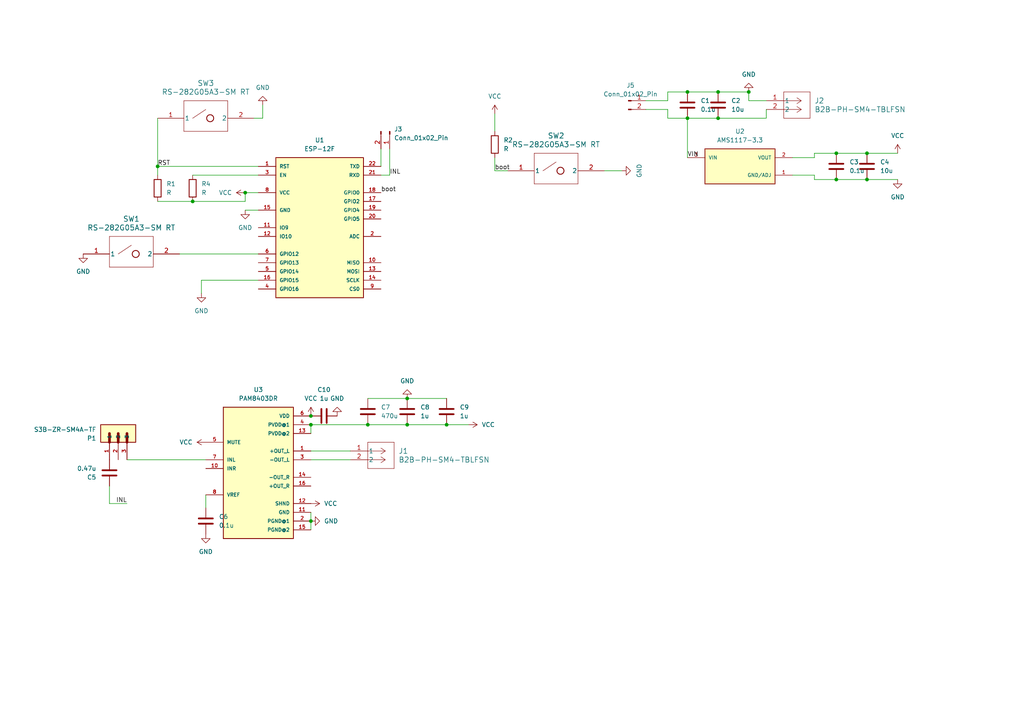
<source format=kicad_sch>
(kicad_sch (version 20230121) (generator eeschema)
  (paper "A4")
  (lib_symbols
    (symbol "Connector:Conn_01x02_Pin" (pin_names (offset 1.016) hide)
      (property "Reference" "J" (at 0 2.54 0))
      (property "Value" "Conn_01x02_Pin" (at 0 -5.08 0))
      (symbol "Conn_01x02_Pin_1_1"
        (polyline (pts (xy 1.27 -2.54) (xy 0.8636 -2.54)) (stroke (width 0.1524)))
        (polyline (pts (xy 1.27 0) (xy 0.8636 0)) (stroke (width 0.1524)))
        (rectangle (start 0.8636 -2.413) (end 0 -2.667) (stroke (width 0.1524)) (fill (type outline)))
        (rectangle (start 0.8636 0.127) (end 0 -0.127) (stroke (width 0.1524)) (fill (type outline)))
        (pin passive line (at 5.08 0 180) (length 3.81) (name "Pin_1") (number "1"))
        (pin passive line (at 5.08 -2.54 180) (length 3.81) (name "Pin_2") (number "2"))
      )
    )
    (symbol "Device:C" (pin_numbers hide) (pin_names (offset 0.254))
      (property "Reference" "C" (at 0.635 2.54 0))
      (property "Value" "C" (at 0.635 -2.54 0))
      (symbol "C_0_1"
        (polyline (pts (xy -2.032 -0.762) (xy 2.032 -0.762)) (stroke (width 0.508)))
        (polyline (pts (xy -2.032 0.762) (xy 2.032 0.762)) (stroke (width 0.508)))
      )
      (symbol "C_1_1"
        (pin passive line (at 0 3.81 270) (length 2.794) (name "~") (number "1"))
        (pin passive line (at 0 -3.81 90) (length 2.794) (name "~") (number "2"))
      )
    )
    (symbol "Device:R" (pin_numbers hide) (pin_names (offset 0))
      (property "Reference" "R" (at 2.032 0 90))
      (property "Value" "R" (at 0 0 90))
      (symbol "R_0_1"
        (rectangle (start -1.016 -2.54) (end 1.016 2.54) (stroke (width 0.254)))
      )
      (symbol "R_1_1"
        (pin passive line (at 0 3.81 270) (length 1.27) (name "~") (number "1"))
        (pin passive line (at 0 -3.81 90) (length 1.27) (name "~") (number "2"))
      )
    )
    (symbol "esp_example_symbols:AMS1117-3.3" (pin_names (offset 1.016))
      (property "Reference" "U" (at -10.16 5.588 0))
      (property "Value" "AMS1117-3.3" (at -10.16 -8.128 0))
      (symbol "AMS1117-3.3_0_0"
        (rectangle (start -10.16 -5.08) (end 10.16 5.08) (stroke (width 0.254)) (fill (type background)))
        (pin power_in line (at 15.24 -2.54 180) (length 5.08) (name "GND/ADJ") (number "1"))
        (pin output line (at 15.24 2.54 180) (length 5.08) (name "VOUT") (number "2"))
        (pin input line (at -15.24 2.54 0) (length 5.08) (name "VIN") (number "3"))
      )
    )
    (symbol "esp_example_symbols:B2B-PH-SM4-TBLFSN" (pin_names (offset 0.254))
      (property "Reference" "J" (at 8.89 6.35 0))
      (property "Value" "B2B-PH-SM4-TBLFSN" (at 0 0 0))
      (symbol "B2B-PH-SM4-TBLFSN_1_1"
        (polyline (pts (xy 5.08 -5.08) (xy 12.7 -5.08)) (stroke (width 0.127)))
        (polyline (pts (xy 5.08 2.54) (xy 5.08 -5.08)) (stroke (width 0.127)))
        (polyline (pts (xy 10.16 -2.54) (xy 5.08 -2.54)) (stroke (width 0.127)))
        (polyline (pts (xy 10.16 -2.54) (xy 8.89 -3.3867)) (stroke (width 0.127)))
        (polyline (pts (xy 10.16 -2.54) (xy 8.89 -1.6933)) (stroke (width 0.127)))
        (polyline (pts (xy 10.16 0) (xy 5.08 0)) (stroke (width 0.127)))
        (polyline (pts (xy 10.16 0) (xy 8.89 -0.8467)) (stroke (width 0.127)))
        (polyline (pts (xy 10.16 0) (xy 8.89 0.8467)) (stroke (width 0.127)))
        (polyline (pts (xy 12.7 -5.08) (xy 12.7 2.54)) (stroke (width 0.127)))
        (polyline (pts (xy 12.7 2.54) (xy 5.08 2.54)) (stroke (width 0.127)))
        (pin unspecified line (at 0 0 0) (length 5.08) (name "1") (number "1"))
        (pin unspecified line (at 0 -2.54 0) (length 5.08) (name "2") (number "2"))
      )
      (symbol "B2B-PH-SM4-TBLFSN_1_2"
        (polyline (pts (xy 5.08 -5.08) (xy 12.7 -5.08)) (stroke (width 0.127)))
        (polyline (pts (xy 5.08 2.54) (xy 5.08 -5.08)) (stroke (width 0.127)))
        (polyline (pts (xy 7.62 -2.54) (xy 5.08 -2.54)) (stroke (width 0.127)))
        (polyline (pts (xy 7.62 -2.54) (xy 8.89 -3.3867)) (stroke (width 0.127)))
        (polyline (pts (xy 7.62 -2.54) (xy 8.89 -1.6933)) (stroke (width 0.127)))
        (polyline (pts (xy 7.62 0) (xy 5.08 0)) (stroke (width 0.127)))
        (polyline (pts (xy 7.62 0) (xy 8.89 -0.8467)) (stroke (width 0.127)))
        (polyline (pts (xy 7.62 0) (xy 8.89 0.8467)) (stroke (width 0.127)))
        (polyline (pts (xy 12.7 -5.08) (xy 12.7 2.54)) (stroke (width 0.127)))
        (polyline (pts (xy 12.7 2.54) (xy 5.08 2.54)) (stroke (width 0.127)))
        (pin unspecified line (at 0 0 0) (length 5.08) (name "1") (number "1"))
        (pin unspecified line (at 0 -2.54 0) (length 5.08) (name "2") (number "2"))
      )
    )
    (symbol "esp_example_symbols:ESP-12F" (pin_names (offset 1.016))
      (property "Reference" "U" (at -12.7254 22.9057 0))
      (property "Value" "ESP-12F" (at -12.7237 -22.9026 0))
      (symbol "ESP-12F_0_0"
        (rectangle (start -12.7 20.32) (end 12.7 -20.32) (stroke (width 0.254)) (fill (type background)))
        (pin bidirectional line (at -17.78 17.78 0) (length 5.08) (name "RST") (number "1"))
        (pin bidirectional line (at 17.78 -10.16 180) (length 5.08) (name "MISO") (number "10"))
        (pin bidirectional line (at -17.78 0 0) (length 5.08) (name "IO9") (number "11"))
        (pin bidirectional line (at -17.78 -2.54 0) (length 5.08) (name "IO10") (number "12"))
        (pin bidirectional line (at 17.78 -12.7 180) (length 5.08) (name "MOSI") (number "13"))
        (pin bidirectional line (at 17.78 -15.24 180) (length 5.08) (name "SCLK") (number "14"))
        (pin bidirectional line (at -17.78 5.08 0) (length 5.08) (name "GND") (number "15"))
        (pin bidirectional line (at -17.78 -15.24 0) (length 5.08) (name "GPIO15") (number "16"))
        (pin bidirectional line (at 17.78 7.62 180) (length 5.08) (name "GPIO2") (number "17"))
        (pin bidirectional line (at 17.78 10.16 180) (length 5.08) (name "GPIO0") (number "18"))
        (pin bidirectional line (at 17.78 5.08 180) (length 5.08) (name "GPIO4") (number "19"))
        (pin bidirectional line (at 17.78 -2.54 180) (length 5.08) (name "ADC") (number "2"))
        (pin bidirectional line (at 17.78 2.54 180) (length 5.08) (name "GPIO5") (number "20"))
        (pin bidirectional line (at 17.78 15.24 180) (length 5.08) (name "RXD") (number "21"))
        (pin bidirectional line (at 17.78 17.78 180) (length 5.08) (name "TXD") (number "22"))
        (pin bidirectional line (at -17.78 15.24 0) (length 5.08) (name "EN") (number "3"))
        (pin bidirectional line (at -17.78 -17.78 0) (length 5.08) (name "GPIO16") (number "4"))
        (pin bidirectional line (at -17.78 -12.7 0) (length 5.08) (name "GPIO14") (number "5"))
        (pin bidirectional line (at -17.78 -7.62 0) (length 5.08) (name "GPIO12") (number "6"))
        (pin bidirectional line (at -17.78 -10.16 0) (length 5.08) (name "GPIO13") (number "7"))
        (pin bidirectional line (at -17.78 10.16 0) (length 5.08) (name "VCC") (number "8"))
        (pin bidirectional line (at 17.78 -17.78 180) (length 5.08) (name "CS0") (number "9"))
      )
    )
    (symbol "esp_example_symbols:PAM8403DR" (pin_names (offset 1.016))
      (property "Reference" "U" (at -10.1781 18.3206 0))
      (property "Value" "PAM8403DR" (at -10.1796 -22.904 0))
      (symbol "PAM8403DR_0_0"
        (rectangle (start -10.16 -20.32) (end 10.16 17.78) (stroke (width 0.254)) (fill (type background)))
        (pin output line (at 15.24 5.08 180) (length 5.08) (name "+OUT_L") (number "1"))
        (pin input line (at -15.24 0 0) (length 5.08) (name "INR") (number "10"))
        (pin power_in line (at 15.24 -12.7 180) (length 5.08) (name "GND") (number "11"))
        (pin power_in line (at 15.24 -10.16 180) (length 5.08) (name "SHND") (number "12"))
        (pin power_in line (at 15.24 10.16 180) (length 5.08) (name "PVDD@2") (number "13"))
        (pin output line (at 15.24 -2.54 180) (length 5.08) (name "-OUT_R") (number "14"))
        (pin power_in line (at 15.24 -17.78 180) (length 5.08) (name "PGND@2") (number "15"))
        (pin output line (at 15.24 -5.08 180) (length 5.08) (name "+OUT_R") (number "16"))
        (pin power_in line (at 15.24 -15.24 180) (length 5.08) (name "PGND@1") (number "2"))
        (pin output line (at 15.24 2.54 180) (length 5.08) (name "-OUT_L") (number "3"))
        (pin power_in line (at 15.24 12.7 180) (length 5.08) (name "PVDD@1") (number "4"))
        (pin input line (at -15.24 7.62 0) (length 5.08) (name "MUTE") (number "5"))
        (pin power_in line (at 15.24 15.24 180) (length 5.08) (name "VDD") (number "6"))
        (pin input line (at -15.24 2.54 0) (length 5.08) (name "INL") (number "7"))
        (pin input line (at -15.24 -7.62 0) (length 5.08) (name "VREF") (number "8"))
      )
    )
    (symbol "esp_example_symbols:RS-282G05A3-SM_RT" (pin_names (offset 0.254))
      (property "Reference" "SW" (at 40.64 12.7 0))
      (property "Value" "RS-282G05A3-SM RT" (at 40.64 10.16 0))
      (symbol "RS-282G05A3-SM_RT_0_1"
        (polyline (pts (xy 50.8 -3.81) (xy 63.5 -3.81)) (stroke (width 0.127)))
        (polyline (pts (xy 50.8 5.08) (xy 50.8 -3.81)) (stroke (width 0.127)))
        (polyline (pts (xy 53.34 0) (xy 57.15 2.54)) (stroke (width 0.127)))
        (polyline (pts (xy 63.5 -3.81) (xy 63.5 5.08)) (stroke (width 0.127)))
        (polyline (pts (xy 63.5 5.08) (xy 50.8 5.08)) (stroke (width 0.127)))
        (circle (center 58.42 0) (radius 1.016) (stroke (width 0.254)))
        (pin unspecified line (at 43.18 0 0) (length 7.62) (name "1") (number "1"))
        (pin unspecified line (at 71.12 0 180) (length 7.62) (name "2") (number "2"))
      )
    )
    (symbol "esp_example_symbols:S3B-ZR-SM4A-TF" (pin_names (offset 1.016))
      (property "Reference" "P" (at 0 3.0512 0))
      (property "Value" "S3B-ZR-SM4A-TF" (at 0 -9.4122 0))
      (symbol "S3B-ZR-SM4A-TF_0_0"
        (rectangle (start 0 -7.62) (end 5.08 2.54) (stroke (width 0.254)) (fill (type background)))
        (polyline (pts (xy 0 -5.08) (xy 2.54 -5.08)) (stroke (width 0.762)))
        (polyline (pts (xy 0 -2.54) (xy 2.54 -2.54)) (stroke (width 0.762)))
        (polyline (pts (xy 0 0) (xy 2.54 0)) (stroke (width 0.762)))
        (pin passive line (at -5.08 0 0) (length 5.08) (name "1") (number "1"))
        (pin passive line (at -5.08 -2.54 0) (length 5.08) (name "2") (number "2"))
        (pin passive line (at -5.08 -5.08 0) (length 5.08) (name "3") (number "3"))
      )
    )
    (symbol "power:GND" (power) (pin_names (offset 0))
      (property "Value" "GND" (at 0 -3.81 0))
      (symbol "GND_0_1"
        (polyline (pts (xy 0 0) (xy 0 -1.27) (xy 1.27 -1.27) (xy 0 -2.54) (xy -1.27 -1.27) (xy 0 -1.27)))
      )
      (symbol "GND_1_1"
        (pin power_in line (at 0 0 270) (length 0) hide (name "GND") (number "1"))
      )
    )
    (symbol "power:VCC" (power) (pin_names (offset 0))
      (property "Value" "VCC" (at 0 3.81 0))
      (symbol "VCC_0_1"
        (polyline (pts (xy -0.762 1.27) (xy 0 2.54)))
        (polyline (pts (xy 0 0) (xy 0 2.54)))
        (polyline (pts (xy 0 2.54) (xy 0.762 1.27)))
      )
      (symbol "VCC_1_1"
        (pin power_in line (at 0 0 90) (length 0) hide (name "VCC") (number "1"))
      )
    )
  )
  (junction (at 251.46 44.45))
  (junction (at 90.17 123.19))
  (junction (at 242.57 52.07))
  (junction (at 129.54 123.19))
  (junction (at 118.11 123.19))
  (junction (at 199.39 26.67))
  (junction (at 90.17 120.65))
  (junction (at 242.57 44.45))
  (junction (at 199.39 34.29))
  (junction (at 208.28 34.29))
  (junction (at 251.46 52.07))
  (junction (at 118.11 115.57))
  (junction (at 90.17 151.13))
  (junction (at 106.68 123.19))
  (junction (at 208.28 26.67))
  (junction (at 217.17 26.67))
  (junction (at 71.12 55.88))
  (junction (at 55.88 58.42))
  (junction (at 45.72 48.26))
  (wire (pts (xy 90.17 151.13) (xy 90.17 153.67)))
  (wire (pts (xy 199.39 26.67) (xy 208.28 26.67)))
  (wire (pts (xy 242.57 44.45) (xy 236.22 44.45)))
  (wire (pts (xy 229.87 50.8) (xy 236.22 50.8)))
  (wire (pts (xy 106.68 115.57) (xy 118.11 115.57)))
  (wire (pts (xy 36.83 133.35) (xy 59.69 133.35)))
  (wire (pts (xy 71.12 58.42) (xy 71.12 55.88)))
  (wire (pts (xy 118.11 115.57) (xy 129.54 115.57)))
  (wire (pts (xy 90.17 133.35) (xy 101.6 133.35)))
  (wire (pts (xy 113.03 50.8) (xy 110.49 50.8)))
  (wire (pts (xy 193.675 29.21) (xy 193.675 26.67)))
  (wire (pts (xy 106.68 123.19) (xy 118.11 123.19)))
  (wire (pts (xy 143.51 49.53) (xy 147.32 49.53)))
  (wire (pts (xy 31.75 140.97) (xy 31.75 146.05)))
  (wire (pts (xy 217.17 29.21) (xy 222.25 29.21)))
  (wire (pts (xy 260.35 52.07) (xy 251.46 52.07)))
  (wire (pts (xy 90.17 123.19) (xy 90.17 125.73)))
  (wire (pts (xy 118.11 123.19) (xy 129.54 123.19)))
  (wire (pts (xy 236.22 52.07) (xy 242.57 52.07)))
  (wire (pts (xy 193.675 26.67) (xy 199.39 26.67)))
  (wire (pts (xy 143.51 49.53) (xy 143.51 45.72)))
  (wire (pts (xy 71.12 60.96) (xy 74.93 60.96)))
  (wire (pts (xy 55.88 58.42) (xy 71.12 58.42)))
  (wire (pts (xy 222.25 34.29) (xy 222.25 31.75)))
  (wire (pts (xy 45.72 48.26) (xy 45.72 50.8)))
  (wire (pts (xy 217.17 26.67) (xy 217.17 29.21)))
  (wire (pts (xy 76.2 30.48) (xy 76.2 34.29)))
  (wire (pts (xy 58.42 85.09) (xy 58.42 81.28)))
  (wire (pts (xy 110.49 43.18) (xy 110.49 48.26)))
  (wire (pts (xy 45.72 34.29) (xy 45.72 48.26)))
  (wire (pts (xy 187.325 31.75) (xy 193.675 31.75)))
  (wire (pts (xy 199.39 34.29) (xy 199.39 45.72)))
  (wire (pts (xy 90.17 130.81) (xy 101.6 130.81)))
  (wire (pts (xy 236.22 52.07) (xy 236.22 50.8)))
  (wire (pts (xy 143.51 33.02) (xy 143.51 38.1)))
  (wire (pts (xy 193.675 34.29) (xy 199.39 34.29)))
  (wire (pts (xy 74.93 73.66) (xy 52.07 73.66)))
  (wire (pts (xy 58.42 81.28) (xy 74.93 81.28)))
  (wire (pts (xy 113.03 43.18) (xy 113.03 50.8)))
  (wire (pts (xy 236.22 44.45) (xy 236.22 45.72)))
  (wire (pts (xy 55.88 50.8) (xy 74.93 50.8)))
  (wire (pts (xy 71.12 55.88) (xy 74.93 55.88)))
  (wire (pts (xy 175.26 49.53) (xy 180.34 49.53)))
  (wire (pts (xy 90.17 123.19) (xy 106.68 123.19)))
  (wire (pts (xy 129.54 123.19) (xy 135.89 123.19)))
  (wire (pts (xy 187.325 29.21) (xy 193.675 29.21)))
  (wire (pts (xy 45.72 58.42) (xy 55.88 58.42)))
  (wire (pts (xy 229.87 45.72) (xy 236.22 45.72)))
  (wire (pts (xy 31.75 146.05) (xy 36.83 146.05)))
  (wire (pts (xy 208.28 26.67) (xy 217.17 26.67)))
  (wire (pts (xy 260.35 44.45) (xy 251.46 44.45)))
  (wire (pts (xy 74.93 48.26) (xy 45.72 48.26)))
  (wire (pts (xy 208.28 34.29) (xy 222.25 34.29)))
  (wire (pts (xy 199.39 34.29) (xy 208.28 34.29)))
  (wire (pts (xy 251.46 52.07) (xy 242.57 52.07)))
  (wire (pts (xy 193.675 31.75) (xy 193.675 34.29)))
  (wire (pts (xy 90.17 148.59) (xy 90.17 151.13)))
  (wire (pts (xy 59.69 143.51) (xy 59.69 147.32)))
  (wire (pts (xy 242.57 44.45) (xy 251.46 44.45)))
  (wire (pts (xy 76.2 34.29) (xy 73.66 34.29)))
  (label "INL" (at 36.83 146.05 180))
  (label "RST" (at 45.72 48.26 0))
  (label "boot" (at 110.49 55.88 0))
  (label "boot" (at 143.51 49.53 0))
  (label "VIN" (at 199.39 45.72 0))
  (label "INL" (at 113.03 50.8 0))
  (symbol (lib_id "Connector:Conn_01x02_Pin") (at 182.245 29.21 0) (unit 1)
    (property "Reference" "J5" (at 182.88 24.765 0))
    (property "Value" "Conn_01x02_Pin" (at 182.88 27.305 0))
    (property "Footprint" "Connector_PinHeader_2.54mm:PinHeader_1x02_P2.54mm_Vertical" (effects hide))
  )
  (symbol (lib_id "power:GND") (at 180.34 49.53 90) (unit 1)
    (property "Reference" "#PWR09" (effects hide))
    (property "Value" "GND" (at 185.42 49.53 0))
  )
  (symbol (lib_id "esp_example_symbols:B2B-PH-SM4-TBLFSN") (at 222.25 29.21 0) (unit 1)
    (property "Reference" "J2" (at 236.22 29.21 0) (effects (font (size 1.524 1.524)) (justify left)))
    (property "Value" "B2B-PH-SM4-TBLFSN" (at 236.22 31.75 0) (effects (font (size 1.524 1.524)) (justify left)))
    (property "Footprint" "esp_lib:B2B-PH-SM4-TBLFSN_JST" (effects hide))
    (property "Datasheet" "B2B-PH-SM4-TBLFSN" (effects hide))
  )
  (symbol (lib_id "power:GND") (at 260.35 52.07 0) (unit 1)
    (property "Reference" "#PWR04" (effects hide))
    (property "Value" "GND" (at 260.35 57.15 0))
  )
  (symbol (lib_id "power:GND") (at 90.17 151.13 90) (unit 1)
    (property "Reference" "#PWR017" (effects hide))
    (property "Value" "GND" (at 93.98 151.13 90) (effects (justify right)))
  )
  (symbol (lib_id "Device:C") (at 59.69 151.13 0) (unit 1)
    (property "Reference" "C6" (at 63.5 149.86 0) (effects (justify left)))
    (property "Value" "0.1u" (at 63.5 152.4 0) (effects (justify left)))
    (property "Footprint" "Capacitor_SMD:C_0805_2012Metric" (effects hide))
  )
  (symbol (lib_id "esp_example_symbols:ESP-12F") (at 92.71 66.04 0) (unit 1)
    (property "Reference" "U1" (at 92.71 40.64 0))
    (property "Value" "ESP-12F" (at 92.71 43.18 0))
    (property "Footprint" "esp_lib:ESP-12F" (effects hide))
    (property "MF" "AI-Thinker" (effects hide))
    (property "Description" "\nWiFi Module\n" (effects hide))
    (property "Package" "Package" (effects hide))
    (property "Price" "None" (effects hide))
    (property "SnapEDA_Link" "https://www.snapeda.com/parts/ESP-12F/AI-Thinker/view-part/?ref=snap" (effects hide))
    (property "MP" "ESP-12F" (effects hide))
    (property "Availability" "Not in stock" (effects hide))
    (property "Check_prices" "https://www.snapeda.com/parts/ESP-12F/AI-Thinker/view-part/?ref=eda" (effects hide))
  )
  (symbol (lib_id "power:GND") (at 217.17 26.67 180) (unit 1)
    (property "Reference" "#PWR07" (effects hide))
    (property "Value" "GND" (at 217.17 21.59 0))
  )
  (symbol (lib_id "power:GND") (at 24.13 73.66 0) (unit 1)
    (property "Reference" "#PWR018" (effects hide))
    (property "Value" "GND" (at 24.13 78.74 0))
  )
  (symbol (lib_id "Device:C") (at 93.98 120.65 90) (unit 1)
    (property "Reference" "C10" (at 93.98 113.03 90))
    (property "Value" "1u" (at 93.98 115.57 90))
    (property "Footprint" "Capacitor_SMD:C_0805_2012Metric" (effects hide))
  )
  (symbol (lib_id "esp_example_symbols:AMS1117-3.3") (at 214.63 48.26 0) (unit 1)
    (property "Reference" "U2" (at 214.63 38.1 0))
    (property "Value" "AMS1117-3.3" (at 214.63 40.64 0))
    (property "Footprint" "esp_lib:SOT229P700X180-4N" (effects hide))
    (property "SnapEDA_Link" "https://www.snapeda.com/parts/AMS1117-3.3/Umwelt+Sensor+Teknik/view-part/?ref=snap" (effects hide))
    (property "Description" "\nLinear Voltage Regulator IC Positive Fixed 1 Output 1A SOT-223-3L\n" (effects hide))
    (property "Package" "None" (effects hide))
    (property "Price" "None" (effects hide))
    (property "MF" "UMW" (effects hide))
    (property "MP" "AMS1117-3.3" (effects hide))
    (property "Availability" "In Stock" (effects hide))
    (property "Check_prices" "https://www.snapeda.com/parts/AMS1117-3.3/Umwelt+Sensor+Teknik/view-part/?ref=eda" (effects hide))
  )
  (symbol (lib_id "Device:C") (at 129.54 119.38 0) (unit 1)
    (property "Reference" "C9" (at 133.35 118.11 0) (effects (justify left)))
    (property "Value" "1u" (at 133.35 120.65 0) (effects (justify left)))
    (property "Footprint" "Capacitor_SMD:C_0805_2012Metric" (effects hide))
  )
  (symbol (lib_id "Device:R") (at 45.72 54.61 0) (unit 1)
    (property "Reference" "R1" (at 48.26 53.34 0) (effects (justify left)))
    (property "Value" "R" (at 48.26 55.88 0) (effects (justify left)))
    (property "Footprint" "Resistor_SMD:R_0805_2012Metric" (effects hide))
  )
  (symbol (lib_id "power:GND") (at 97.79 120.65 180) (unit 1)
    (property "Reference" "#PWR016" (effects hide))
    (property "Value" "GND" (at 97.79 115.57 0))
  )
  (symbol (lib_id "esp_example_symbols:RS-282G05A3-SM_RT") (at 104.14 49.53 0) (unit 1)
    (property "Reference" "SW2" (at 161.29 39.37 0) (effects (font (size 1.524 1.524))))
    (property "Value" "RS-282G05A3-SM RT" (at 161.29 41.91 0) (effects (font (size 1.524 1.524))))
    (property "Footprint" "esp_lib:RS-282G05A3-SM RT_CNK" (effects hide))
    (property "Datasheet" "RS-282G05A3-SM RT" (effects hide))
  )
  (symbol (lib_id "Device:C") (at 208.28 30.48 0) (unit 1)
    (property "Reference" "C2" (at 212.09 29.21 0) (effects (justify left)))
    (property "Value" "10u" (at 212.09 31.75 0) (effects (justify left)))
    (property "Footprint" "Capacitor_SMD:C_0805_2012Metric" (effects hide))
  )
  (symbol (lib_id "power:VCC") (at 90.17 146.05 270) (unit 1)
    (property "Reference" "#PWR012" (effects hide))
    (property "Value" "VCC" (at 93.98 146.05 90) (effects (justify left)))
  )
  (symbol (lib_id "Device:C") (at 106.68 119.38 0) (unit 1)
    (property "Reference" "C7" (at 110.49 118.11 0) (effects (justify left)))
    (property "Value" "470u" (at 110.49 120.65 0) (effects (justify left)))
    (property "Footprint" "esp_lib:CAP_EEEFP1C471AL" (effects hide))
  )
  (symbol (lib_id "power:VCC") (at 59.69 128.27 90) (unit 1)
    (property "Reference" "#PWR011" (effects hide))
    (property "Value" "VCC" (at 55.88 128.27 90) (effects (justify left)))
  )
  (symbol (lib_id "Device:C") (at 199.39 30.48 0) (unit 1)
    (property "Reference" "C1" (at 203.2 29.21 0) (effects (justify left)))
    (property "Value" "0.1u" (at 203.2 31.75 0) (effects (justify left)))
    (property "Footprint" "Capacitor_SMD:C_0805_2012Metric" (effects hide))
  )
  (symbol (lib_id "power:GND") (at 118.11 115.57 180) (unit 1)
    (property "Reference" "#PWR014" (effects hide))
    (property "Value" "GND" (at 118.11 110.49 0))
  )
  (symbol (lib_id "esp_example_symbols:PAM8403DR") (at 74.93 135.89 0) (unit 1)
    (property "Reference" "U3" (at 74.93 113.03 0))
    (property "Value" "PAM8403DR" (at 74.93 115.57 0))
    (property "Footprint" "esp_lib:PAM8403" (effects hide))
  )
  (symbol (lib_id "esp_example_symbols:S3B-ZR-SM4A-TF") (at 31.75 128.27 90) (unit 1)
    (property "Reference" "P1" (at 27.94 127.127 90) (effects (justify left)))
    (property "Value" "S3B-ZR-SM4A-TF" (at 27.94 124.587 90) (effects (justify left)))
    (property "Footprint" "esp_lib:JST_S3B-ZR-SM4A-TF" (effects hide))
  )
  (symbol (lib_id "esp_example_symbols:RS-282G05A3-SM_RT") (at -19.05 73.66 0) (unit 1)
    (property "Reference" "SW1" (at 38.1 63.5 0) (effects (font (size 1.524 1.524))))
    (property "Value" "RS-282G05A3-SM RT" (at 38.1 66.04 0) (effects (font (size 1.524 1.524))))
    (property "Footprint" "esp_lib:RS-282G05A3-SM RT_CNK" (effects hide))
    (property "Datasheet" "RS-282G05A3-SM RT" (effects hide))
  )
  (symbol (lib_id "Device:C") (at 118.11 119.38 0) (unit 1)
    (property "Reference" "C8" (at 121.92 118.11 0) (effects (justify left)))
    (property "Value" "1u" (at 121.92 120.65 0) (effects (justify left)))
    (property "Footprint" "Capacitor_SMD:C_0805_2012Metric" (effects hide))
  )
  (symbol (lib_id "power:GND") (at 58.42 85.09 0) (unit 1)
    (property "Reference" "#PWR015" (effects hide))
    (property "Value" "GND" (at 58.42 90.17 0))
  )
  (symbol (lib_id "power:VCC") (at 260.35 44.45 0) (unit 1)
    (property "Reference" "#PWR01" (effects hide))
    (property "Value" "VCC" (at 260.35 39.37 0))
  )
  (symbol (lib_id "power:GND") (at 76.2 30.48 180) (unit 1)
    (property "Reference" "#PWR010" (effects hide))
    (property "Value" "GND" (at 76.2 25.4 0))
  )
  (symbol (lib_id "Device:R") (at 143.51 41.91 0) (unit 1)
    (property "Reference" "R2" (at 146.05 40.64 0) (effects (justify left)))
    (property "Value" "R" (at 146.05 43.18 0) (effects (justify left)))
    (property "Footprint" "Resistor_SMD:R_0805_2012Metric" (effects hide))
  )
  (symbol (lib_id "power:VCC") (at 71.12 55.88 90) (unit 1)
    (property "Reference" "#PWR02" (effects hide))
    (property "Value" "VCC" (at 67.31 55.88 90) (effects (justify left)))
  )
  (symbol (lib_id "power:GND") (at 59.69 154.94 0) (unit 1)
    (property "Reference" "#PWR05" (effects hide))
    (property "Value" "GND" (at 59.69 160.02 0))
  )
  (symbol (lib_id "power:VCC") (at 135.89 123.19 270) (unit 1)
    (property "Reference" "#PWR013" (effects hide))
    (property "Value" "VCC" (at 139.7 123.19 90) (effects (justify left)))
  )
  (symbol (lib_id "power:GND") (at 71.12 60.96 0) (unit 1)
    (property "Reference" "#PWR03" (effects hide))
    (property "Value" "GND" (at 71.12 66.04 0))
  )
  (symbol (lib_id "power:VCC") (at 143.51 33.02 0) (unit 1)
    (property "Reference" "#PWR08" (effects hide))
    (property "Value" "VCC" (at 143.51 27.94 0))
  )
  (symbol (lib_id "Device:R") (at 55.88 54.61 0) (unit 1)
    (property "Reference" "R4" (at 58.42 53.34 0) (effects (justify left)))
    (property "Value" "R" (at 58.42 55.88 0) (effects (justify left)))
    (property "Footprint" "Resistor_SMD:R_0805_2012Metric" (effects hide))
  )
  (symbol (lib_id "Device:C") (at 251.46 48.26 0) (unit 1)
    (property "Reference" "C4" (at 255.27 46.99 0) (effects (justify left)))
    (property "Value" "10u" (at 255.27 49.53 0) (effects (justify left)))
    (property "Footprint" "Capacitor_SMD:C_0805_2012Metric" (effects hide))
  )
  (symbol (lib_id "Device:C") (at 31.75 137.16 180) (unit 1)
    (property "Reference" "C5" (at 27.94 138.43 0) (effects (justify left)))
    (property "Value" "0.47u" (at 27.94 135.89 0) (effects (justify left)))
    (property "Footprint" "Capacitor_SMD:C_0805_2012Metric" (effects hide))
  )
  (symbol (lib_id "esp_example_symbols:B2B-PH-SM4-TBLFSN") (at 101.6 130.81 0) (unit 1)
    (property "Reference" "J1" (at 115.57 130.81 0) (effects (font (size 1.524 1.524)) (justify left)))
    (property "Value" "B2B-PH-SM4-TBLFSN" (at 115.57 133.35 0) (effects (font (size 1.524 1.524)) (justify left)))
    (property "Footprint" "esp_lib:B2B-PH-SM4-TBLFSN_JST" (effects hide))
    (property "Datasheet" "B2B-PH-SM4-TBLFSN" (effects hide))
  )
  (symbol (lib_id "Device:C") (at 242.57 48.26 0) (unit 1)
    (property "Reference" "C3" (at 246.38 46.99 0) (effects (justify left)))
    (property "Value" "0.1u" (at 246.38 49.53 0) (effects (justify left)))
    (property "Footprint" "Capacitor_SMD:C_0805_2012Metric" (effects hide))
  )
  (symbol (lib_id "Connector:Conn_01x02_Pin") (at 113.03 38.1 270) (unit 1)
    (property "Reference" "J3" (at 114.3 37.465 90) (effects (justify left)))
    (property "Value" "Conn_01x02_Pin" (at 114.3 40.005 90) (effects (justify left)))
    (property "Footprint" "Connector_PinHeader_2.54mm:PinHeader_1x02_P2.54mm_Vertical" (effects hide))
  )
  (symbol (lib_id "esp_example_symbols:RS-282G05A3-SM_RT") (at 2.54 34.29 0) (unit 1)
    (property "Reference" "SW3" (at 59.69 24.13 0) (effects (font (size 1.524 1.524))))
    (property "Value" "RS-282G05A3-SM RT" (at 59.69 26.67 0) (effects (font (size 1.524 1.524))))
    (property "Footprint" "esp_lib:RS-282G05A3-SM RT_CNK" (effects hide))
    (property "Datasheet" "RS-282G05A3-SM RT" (effects hide))
  )
  (symbol (lib_id "power:VCC") (at 90.17 120.65 0) (unit 1)
    (property "Reference" "#PWR06" (effects hide))
    (property "Value" "VCC" (at 90.17 115.57 0))
  )
)
</source>
